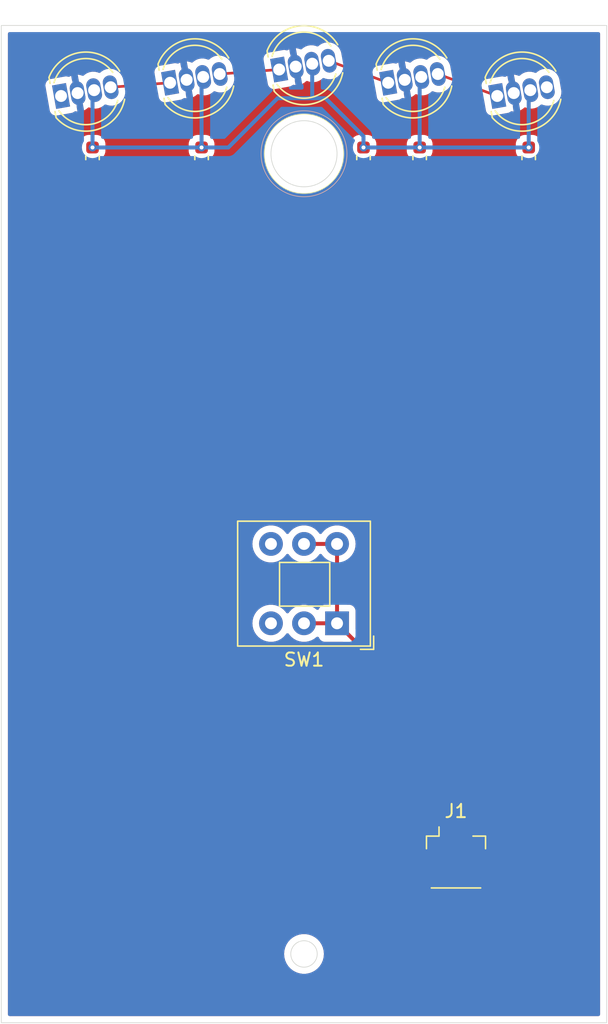
<source format=kicad_pcb>
(kicad_pcb (version 20240108) (generator "pcbnew") (generator_version "8.0")
  (layers (0 "F.Cu" signal) (31 "B.Cu" signal) (34 "B.Paste" user) (35 "F.Paste" user) (36 "B.SilkS" user "B.Silkscreen") (37 "F.SilkS" user "F.Silkscreen") (38 "B.Mask" user) (39 "F.Mask" user) (44 "Edge.Cuts" user))
  (net 0 "")
  (net 1 "+5V")
  (net 2 "GND")
  (net 3 "Net-(D1-DOUT)")
  (net 4 "Net-(D2-DOUT)")
  (net 5 "Net-(D3-DOUT)")
  (net 6 "Net-(D4-DOUT)")
  (net 8 "GPIO_NeoPixel")
  (net 9 "+BATT")
  (net 10 "VBAT")
  (footprint "Capacitor_SMD:C_0603_1608Metric" (layer "F.Cu") (at 134 75 -90)
    (property "Reference" "C5" (hide yes))
    (property "Value" "0.1µF" (hide yes))
    (fp_line (start -0.14058 0.51) (end 0.14058 0.51) (stroke (width 0.12)) (layer "F.SilkS"))
    (fp_line (start -0.14058 -0.51) (end 0.14058 -0.51) (stroke (width 0.12)) (layer "F.SilkS"))
    (pad "1" smd roundrect (at -0.775 0 270) (size 0.9 0.95) (layers "F.Cu" "F.Paste" "F.Mask") (net 1 "+5V"))
    (pad "2" smd roundrect (at 0.775 0 270) (size 0.9 0.95) (layers "F.Cu" "F.Paste" "F.Mask") (net 2 "GND"))
  )
  (footprint "Button_Switch_THT:SW_Push_2P2T_Toggle_CK_PVA2OAH5xxxxxxV2" (layer "F.Cu") (at 152.5 110.2 180)
    (property "Reference" "SW1" (at 2.5 -2.75 0) (layer "F.SilkS"))
    (property "Value" "SW_Push_DPDT")
    (fp_line (start 7.52 7.72) (end 7.52 -1.72) (stroke (width 0.12)) (layer "F.SilkS"))
    (fp_line (start 7.52 7.72) (end -2.52 7.72) (stroke (width 0.12)) (layer "F.SilkS"))
    (fp_line (start 7.52 -1.72) (end -2.52 -1.72) (stroke (width 0.12)) (layer "F.SilkS"))
    (fp_line (start 4.35 4.6) (end 0.55 4.6) (stroke (width 0.12)) (layer "F.SilkS"))
    (fp_line (start 4.35 1.3) (end 4.35 4.6) (stroke (width 0.12)) (layer "F.SilkS"))
    (fp_line (start 4.35 1.3) (end 0.55 1.3) (stroke (width 0.12)) (layer "F.SilkS"))
    (fp_line (start 0.55 1.3) (end 0.55 4.6) (stroke (width 0.12)) (layer "F.SilkS"))
    (fp_line (start -1.77 -1.97) (end -2.77 -1.97) (stroke (width 0.12)) (layer "F.SilkS"))
    (fp_line (start -2.52 7.72) (end -2.52 -1.72) (stroke (width 0.12)) (layer "F.SilkS"))
    (fp_line (start -2.77 -0.97) (end -2.77 -1.97) (stroke (width 0.12)) (layer "F.SilkS"))
    (pad "1" thru_hole rect (at 0 0 180) (size 1.8 1.8) (drill 0.9) (layers "*.Cu" "*.Mask") (net 9 "+BATT"))
    (pad "2" thru_hole circle (at 2.5 0 180) (size 1.8 1.8) (drill 0.9) (layers "*.Cu" "*.Mask") (net 9 "+BATT"))
    (pad "3" thru_hole circle (at 5 0 180) (size 1.8 1.8) (drill 0.9) (layers "*.Cu" "*.Mask") (net 10 "VBAT"))
    (pad "4" thru_hole circle (at 0 6 180) (size 1.8 1.8) (drill 0.9) (layers "*.Cu" "*.Mask") (net 9 "+BATT"))
    (pad "5" thru_hole circle (at 2.5 6 180) (size 1.8 1.8) (drill 0.9) (layers "*.Cu" "*.Mask") (net 9 "+BATT"))
    (pad "6" thru_hole circle (at 5 6 180) (size 1.8 1.8) (drill 0.9) (layers "*.Cu" "*.Mask") (net 10 "VBAT"))
  )
  (footprint "k2-emf-meter-breakout:LED_D5.0mm-4_RGB-Centered" (layer "F.Cu") (at 133.5 70 10)
    (property "Reference" "D5" (hide yes))
    (property "Value" "NeoPixel_THT" (hide yes))
    (fp_line (start -2.564479 -1.545001) (end -2.564479 -1.08) (stroke (width 0.12)) (layer "F.SilkS"))
    (fp_line (start -2.564479 1.079999) (end -2.564479 1.544999) (stroke (width 0.12)) (layer "F.SilkS"))
    (fp_arc (start -2.564479 -1.54483) (mid 0.253977 -2.978808) (end 2.783336 -1.080826) (stroke (width 0.12)) (layer "F.SilkS"))
    (fp_arc (start -2.259163 -1.08) (mid -0.004716 -2.5) (end 2.25 -1.080429) (stroke (width 0.12)) (layer "F.SilkS"))
    (fp_arc (start 2.25 1.080429) (mid -0.004716 2.500001) (end -2.259163 1.08) (stroke (width 0.12)) (layer "F.SilkS"))
    (fp_arc (start 2.783336 1.080827) (mid 0.253977 2.978808) (end -2.564479 1.54483) (stroke (width 0.12)) (layer "F.SilkS"))
    (pad "1" thru_hole rect (at -1.909479 0 10) (size 1.07 1.8) (drill 0.9) (layers "*.Cu" "*.Mask"))
    (pad "2" thru_hole oval (at -0.639479 0 10) (size 1.07 1.8) (drill 0.9) (layers "*.Cu" "*.Mask") (net 2 "GND"))
    (pad "3" thru_hole oval (at 0.630521 -0.000001 10) (size 1.07 1.8) (drill 0.9) (layers "*.Cu" "*.Mask") (net 1 "+5V"))
    (pad "4" thru_hole oval (at 1.900521 0.000001 10) (size 1.07 1.8) (drill 0.9) (layers "*.Cu" "*.Mask") (net 6 "Net-(D4-DOUT)"))
  )
  (footprint "k2-emf-meter-breakout:LED_D5.0mm-4_RGB-Centered" (layer "F.Cu") (at 158.25 69 10)
    (property "Reference" "D2" (hide yes))
    (property "Value" "NeoPixel_THT" (hide yes))
    (fp_line (start -2.564479 -1.545001) (end -2.564479 -1.08) (stroke (width 0.12)) (layer "F.SilkS"))
    (fp_line (start -2.564479 1.079999) (end -2.564479 1.544999) (stroke (width 0.12)) (layer "F.SilkS"))
    (fp_arc (start -2.564479 -1.54483) (mid 0.253977 -2.978808) (end 2.783336 -1.080826) (stroke (width 0.12)) (layer "F.SilkS"))
    (fp_arc (start -2.259163 -1.08) (mid -0.004716 -2.5) (end 2.25 -1.080429) (stroke (width 0.12)) (layer "F.SilkS"))
    (fp_arc (start 2.25 1.080429) (mid -0.004716 2.500001) (end -2.259163 1.08) (stroke (width 0.12)) (layer "F.SilkS"))
    (fp_arc (start 2.783336 1.080827) (mid 0.253977 2.978808) (end -2.564479 1.54483) (stroke (width 0.12)) (layer "F.SilkS"))
    (pad "1" thru_hole rect (at -1.909479 0 10) (size 1.07 1.8) (drill 0.9) (layers "*.Cu" "*.Mask") (net 4 "Net-(D2-DOUT)"))
    (pad "2" thru_hole oval (at -0.639479 0 10) (size 1.07 1.8) (drill 0.9) (layers "*.Cu" "*.Mask") (net 2 "GND"))
    (pad "3" thru_hole oval (at 0.630521 -0.000001 10) (size 1.07 1.8) (drill 0.9) (layers "*.Cu" "*.Mask") (net 1 "+5V"))
    (pad "4" thru_hole oval (at 1.900521 0.000001 10) (size 1.07 1.8) (drill 0.9) (layers "*.Cu" "*.Mask") (net 3 "Net-(D1-DOUT)"))
  )
  (footprint "Capacitor_SMD:C_0603_1608Metric" (layer "F.Cu") (at 158.75 75 -90)
    (property "Reference" "C2" (hide yes))
    (property "Value" "0.1µF" (hide yes))
    (fp_line (start -0.14058 0.51) (end 0.14058 0.51) (stroke (width 0.12)) (layer "F.SilkS"))
    (fp_line (start -0.14058 -0.51) (end 0.14058 -0.51) (stroke (width 0.12)) (layer "F.SilkS"))
    (pad "1" smd roundrect (at -0.775 0 270) (size 0.9 0.95) (layers "F.Cu" "F.Paste" "F.Mask") (net 1 "+5V"))
    (pad "2" smd roundrect (at 0.775 0 270) (size 0.9 0.95) (layers "F.Cu" "F.Paste" "F.Mask") (net 2 "GND"))
  )
  (footprint "Connector_Molex:Molex_PicoBlade_53398-0271_1x02-1MP_P1.25mm_Vertical" (layer "F.Cu") (at 161.5 127.5)
    (property "Reference" "J1" (at 0 -3.1 0) (layer "F.SilkS"))
    (property "Value" "Conn_01x02")
    (fp_line (start -2.235 -1.21) (end -1.285 -1.21) (stroke (width 0.12)) (layer "F.SilkS"))
    (fp_line (start -2.235 -0.26) (end -2.235 -1.21) (stroke (width 0.12)) (layer "F.SilkS"))
    (fp_line (start -1.865 2.71) (end 1.865 2.71) (stroke (width 0.12)) (layer "F.SilkS"))
    (fp_line (start -1.285 -1.21) (end -1.285 -1.9) (stroke (width 0.12)) (layer "F.SilkS"))
    (fp_line (start 2.235 -1.21) (end 1.285 -1.21) (stroke (width 0.12)) (layer "F.SilkS"))
    (fp_line (start 2.235 -0.26) (end 2.235 -1.21) (stroke (width 0.12)) (layer "F.SilkS"))
    (pad "1" smd roundrect (at -0.625 -1.25) (size 0.8 1.3) (layers "F.Cu" "F.Paste" "F.Mask") (net 9 "+BATT"))
    (pad "2" smd roundrect (at 0.625 -1.25) (size 0.8 1.3) (layers "F.Cu" "F.Paste" "F.Mask") (net 2 "GND"))
    (pad "MP" smd roundrect (at -3.175 1.5) (size 2.1 3) (layers "F.Cu" "F.Paste" "F.Mask") (roundrect_rratio 0.119048))
    (pad "MP" smd roundrect (at 3.175 1.5) (size 2.1 3) (layers "F.Cu" "F.Paste" "F.Mask") (roundrect_rratio 0.119048))
  )
  (footprint "Capacitor_SMD:C_0603_1608Metric" (layer "F.Cu") (at 167 75 -90)
    (property "Reference" "C1" (hide yes))
    (property "Value" "0.1µF" (hide yes))
    (fp_line (start -0.14058 0.51) (end 0.14058 0.51) (stroke (width 0.12)) (layer "F.SilkS"))
    (fp_line (start -0.14058 -0.51) (end 0.14058 -0.51) (stroke (width 0.12)) (layer "F.SilkS"))
    (pad "1" smd roundrect (at -0.775 0 270) (size 0.9 0.95) (layers "F.Cu" "F.Paste" "F.Mask") (net 1 "+5V"))
    (pad "2" smd roundrect (at 0.775 0 270) (size 0.9 0.95) (layers "F.Cu" "F.Paste" "F.Mask") (net 2 "GND"))
  )
  (footprint "Capacitor_SMD:C_0603_1608Metric" (layer "F.Cu") (at 154.5 75 -90)
    (property "Reference" "C3" (hide yes))
    (property "Value" "0.1µF" (hide yes))
    (fp_line (start -0.14058 0.51) (end 0.14058 0.51) (stroke (width 0.12)) (layer "F.SilkS"))
    (fp_line (start -0.14058 -0.51) (end 0.14058 -0.51) (stroke (width 0.12)) (layer "F.SilkS"))
    (pad "1" smd roundrect (at -0.775 0 270) (size 0.9 0.95) (layers "F.Cu" "F.Paste" "F.Mask") (net 1 "+5V"))
    (pad "2" smd roundrect (at 0.775 0 270) (size 0.9 0.95) (layers "F.Cu" "F.Paste" "F.Mask") (net 2 "GND"))
  )
  (footprint "k2-emf-meter-breakout:LED_D5.0mm-4_RGB-Centered" (layer "F.Cu") (at 150 68 10)
    (property "Reference" "D3" (hide yes))
    (property "Value" "NeoPixel_THT" (hide yes))
    (fp_line (start -2.564479 -1.545001) (end -2.564479 -1.08) (stroke (width 0.12)) (layer "F.SilkS"))
    (fp_line (start -2.564479 1.079999) (end -2.564479 1.544999) (stroke (width 0.12)) (layer "F.SilkS"))
    (fp_arc (start -2.564479 -1.54483) (mid 0.253977 -2.978808) (end 2.783336 -1.080826) (stroke (width 0.12)) (layer "F.SilkS"))
    (fp_arc (start -2.259163 -1.08) (mid -0.004716 -2.5) (end 2.25 -1.080429) (stroke (width 0.12)) (layer "F.SilkS"))
    (fp_arc (start 2.25 1.080429) (mid -0.004716 2.500001) (end -2.259163 1.08) (stroke (width 0.12)) (layer "F.SilkS"))
    (fp_arc (start 2.783336 1.080827) (mid 0.253977 2.978808) (end -2.564479 1.54483) (stroke (width 0.12)) (layer "F.SilkS"))
    (pad "1" thru_hole rect (at -1.909479 0 10) (size 1.07 1.8) (drill 0.9) (layers "*.Cu" "*.Mask") (net 5 "Net-(D3-DOUT)"))
    (pad "2" thru_hole oval (at -0.639479 0 10) (size 1.07 1.8) (drill 0.9) (layers "*.Cu" "*.Mask") (net 2 "GND"))
    (pad "3" thru_hole oval (at 0.630521 -0.000001 10) (size 1.07 1.8) (drill 0.9) (layers "*.Cu" "*.Mask") (net 1 "+5V"))
    (pad "4" thru_hole oval (at 1.900521 0.000001 10) (size 1.07 1.8) (drill 0.9) (layers "*.Cu" "*.Mask") (net 4 "Net-(D2-DOUT)"))
  )
  (footprint "k2-emf-meter-breakout:LED_D5.0mm-4_RGB-Centered" (layer "F.Cu") (at 141.75 69 10)
    (property "Reference" "D4" (hide yes))
    (property "Value" "NeoPixel_THT" (hide yes))
    (fp_line (start -2.564479 -1.545001) (end -2.564479 -1.08) (stroke (width 0.12)) (layer "F.SilkS"))
    (fp_line (start -2.564479 1.079999) (end -2.564479 1.544999) (stroke (width 0.12)) (layer "F.SilkS"))
    (fp_arc (start -2.564479 -1.54483) (mid 0.253977 -2.978808) (end 2.783336 -1.080826) (stroke (width 0.12)) (layer "F.SilkS"))
    (fp_arc (start -2.259163 -1.08) (mid -0.004716 -2.5) (end 2.25 -1.080429) (stroke (width 0.12)) (layer "F.SilkS"))
    (fp_arc (start 2.25 1.080429) (mid -0.004716 2.500001) (end -2.259163 1.08) (stroke (width 0.12)) (layer "F.SilkS"))
    (fp_arc (start 2.783336 1.080827) (mid 0.253977 2.978808) (end -2.564479 1.54483) (stroke (width 0.12)) (layer "F.SilkS"))
    (pad "1" thru_hole rect (at -1.909479 0 10) (size 1.07 1.8) (drill 0.9) (layers "*.Cu" "*.Mask") (net 6 "Net-(D4-DOUT)"))
    (pad "2" thru_hole oval (at -0.639479 0 10) (size 1.07 1.8) (drill 0.9) (layers "*.Cu" "*.Mask") (net 2 "GND"))
    (pad "3" thru_hole oval (at 0.630521 -0.000001 10) (size 1.07 1.8) (drill 0.9) (layers "*.Cu" "*.Mask") (net 1 "+5V"))
    (pad "4" thru_hole oval (at 1.900521 0.000001 10) (size 1.07 1.8) (drill 0.9) (layers "*.Cu" "*.Mask") (net 5 "Net-(D3-DOUT)"))
  )
  (footprint "k2-emf-meter-breakout:LED_D5.0mm-4_RGB-Centered" (layer "F.Cu") (at 166.5 70 10)
    (property "Reference" "D1" (hide yes))
    (property "Value" "NeoPixel_THT" (hide yes))
    (fp_line (start -2.564479 -1.545001) (end -2.564479 -1.08) (stroke (width 0.12)) (layer "F.SilkS"))
    (fp_line (start -2.564479 1.079999) (end -2.564479 1.544999) (stroke (width 0.12)) (layer "F.SilkS"))
    (fp_arc (start -2.564479 -1.54483) (mid 0.253977 -2.978808) (end 2.783336 -1.080826) (stroke (width 0.12)) (layer "F.SilkS"))
    (fp_arc (start -2.259163 -1.08) (mid -0.004716 -2.5) (end 2.25 -1.080429) (stroke (width 0.12)) (layer "F.SilkS"))
    (fp_arc (start 2.25 1.080429) (mid -0.004716 2.500001) (end -2.259163 1.08) (stroke (width 0.12)) (layer "F.SilkS"))
    (fp_arc (start 2.783336 1.080827) (mid 0.253977 2.978808) (end -2.564479 1.54483) (stroke (width 0.12)) (layer "F.SilkS"))
    (pad "1" thru_hole rect (at -1.909479 0 10) (size 1.07 1.8) (drill 0.9) (layers "*.Cu" "*.Mask") (net 3 "Net-(D1-DOUT)"))
    (pad "2" thru_hole oval (at -0.639479 0 10) (size 1.07 1.8) (drill 0.9) (layers "*.Cu" "*.Mask") (net 2 "GND"))
    (pad "3" thru_hole oval (at 0.630521 -0.000001 10) (size 1.07 1.8) (drill 0.9) (layers "*.Cu" "*.Mask") (net 1 "+5V"))
    (pad "4" thru_hole oval (at 1.900521 0.000001 10) (size 1.07 1.8) (drill 0.9) (layers "*.Cu" "*.Mask") (net 8 "GPIO_NeoPixel"))
  )
  (footprint "Capacitor_SMD:C_0603_1608Metric" (layer "F.Cu") (at 142.25 75 -90)
    (property "Reference" "C4" (hide yes))
    (property "Value" "0.1µF" (hide yes))
    (fp_line (start -0.14058 0.51) (end 0.14058 0.51) (stroke (width 0.12)) (layer "F.SilkS"))
    (fp_line (start -0.14058 -0.51) (end 0.14058 -0.51) (stroke (width 0.12)) (layer "F.SilkS"))
    (pad "1" smd roundrect (at -0.775 0 270) (size 0.9 0.95) (layers "F.Cu" "F.Paste" "F.Mask") (net 1 "+5V"))
    (pad "2" smd roundrect (at 0.775 0 270) (size 0.9 0.95) (layers "F.Cu" "F.Paste" "F.Mask") (net 2 "GND"))
  )
  (gr_circle (center 150 74.7) (end 153.25 74.7) (stroke (width 0.05)) (fill none) (layer "B.SilkS"))
  (gr_circle (center 150 74.7) (end 153 74.7) (stroke (width 0.05)) (fill none) (layer "F.SilkS"))
  (gr_circle (center 150 135.2) (end 151 135.2) (stroke (width 0.05)) (fill none) (layer "Edge.Cuts"))
  (gr_rect (start 127.1 65) (end 172.9 140.4) (stroke (width 0.05)) (fill none) (layer "Edge.Cuts"))
  (gr_circle (center 150 74.7) (end 152.5 74.7) (stroke (width 0.05)) (fill none) (layer "Edge.Cuts"))
  (via (at 167 74.225) (size 0.6) (drill 0.3) (layers "F.Cu" "B.Cu") (net 1))
  (via (at 158.75 74.225) (size 0.6) (drill 0.3) (layers "F.Cu" "B.Cu") (net 1))
  (via (at 154.5 74.225) (size 0.6) (drill 0.3) (layers "F.Cu" "B.Cu") (net 1))
  (via (at 142.25 74.225) (size 0.6) (drill 0.3) (layers "F.Cu" "B.Cu") (net 1))
  (via (at 134 74.225) (size 0.6) (drill 0.3) (layers "F.Cu" "B.Cu") (net 1))
  (segment (start 148 70.5) (end 144.275 74.225) (width 0.3) (layer "B.Cu") (net 1))
  (segment (start 150.5 70.5) (end 148 70.5) (width 0.3) (layer "B.Cu") (net 1))
  (segment (start 150.620942 67.89051) (end 150.620942 70.5) (width 0.3) (layer "B.Cu") (net 1))
  (segment (start 158.75 69.011452) (end 158.870942 68.89051) (width 0.3) (layer "B.Cu") (net 1))
  (segment (start 144.275 74.225) (end 142.25 74.225) (width 0.3) (layer "B.Cu") (net 1))
  (segment (start 142.25 69.011452) (end 142.370942 68.89051) (width 0.3) (layer "B.Cu") (net 1))
  (segment (start 167 70.011452) (end 167.120942 69.89051) (width 0.3) (layer "B.Cu") (net 1))
  (segment (start 154.5 74.225) (end 154.5 73.375) (width 0.3) (layer "B.Cu") (net 1))
  (segment (start 158.75 74.225) (end 154.5 74.225) (width 0.3) (layer "B.Cu") (net 1))
  (segment (start 151.625 70.5) (end 150.5 70.5) (width 0.3) (layer "B.Cu") (net 1))
  (segment (start 142.25 74.225) (end 134 74.225) (width 0.3) (layer "B.Cu") (net 1))
  (segment (start 154.5 73.375) (end 151.625 70.5) (width 0.3) (layer "B.Cu") (net 1))
  (segment (start 158.75 74.225) (end 158.75 69.011452) (width 0.3) (layer "B.Cu") (net 1))
  (segment (start 167 74.225) (end 167 70.011452) (width 0.3) (layer "B.Cu") (net 1))
  (segment (start 134 74.225) (end 134 70.011452) (width 0.3) (layer "B.Cu") (net 1))
  (segment (start 142.25 74.225) (end 142.25 69.011452) (width 0.3) (layer "B.Cu") (net 1))
  (segment (start 134 70.011452) (end 134.120942 69.89051) (width 0.3) (layer "B.Cu") (net 1))
  (segment (start 167 74.225) (end 158.75 74.225) (width 0.3) (layer "B.Cu") (net 1))
  (segment (start 160.121648 68.669979) (end 164.61953 70.331578) (width 0.2) (layer "F.Cu") (net 3))
  (segment (start 151.871648 67.669979) (end 156.36953 69.331578) (width 0.2) (layer "F.Cu") (net 4))
  (segment (start 143.621648 68.669979) (end 148.11953 68.331578) (width 0.2) (layer "F.Cu") (net 5))
  (segment (start 135.371648 69.669979) (end 139.86953 69.331578) (width 0.2) (layer "F.Cu") (net 6))
  (segment (start 152.5 110.2) (end 152.5 104.2) (width 0.3) (layer "F.Cu") (net 9))
  (segment (start 160.875 126.25) (end 160.875 118.575) (width 0.3) (layer "F.Cu") (net 9))
  (segment (start 160.875 118.575) (end 152.5 110.2) (width 0.3) (layer "F.Cu") (net 9))
  (segment (start 150 110.2) (end 152.5 110.2) (width 0.3) (layer "F.Cu") (net 9))
  (segment (start 152.5 104.2) (end 150 104.2) (width 0.3) (layer "F.Cu") (net 9))
  (zone (net 2) (net_name "GND") (layers "F&B.Cu") (connect_pads (clearance 0.5)) (min_thickness 0.25) (fill yes (thermal_gap 0.5) (thermal_bridge_width 0.5))
    (polygon (pts (xy 127 65) (xy 127 140.5) (xy 173 140.5) (xy 173 65)))
  )
)
</source>
